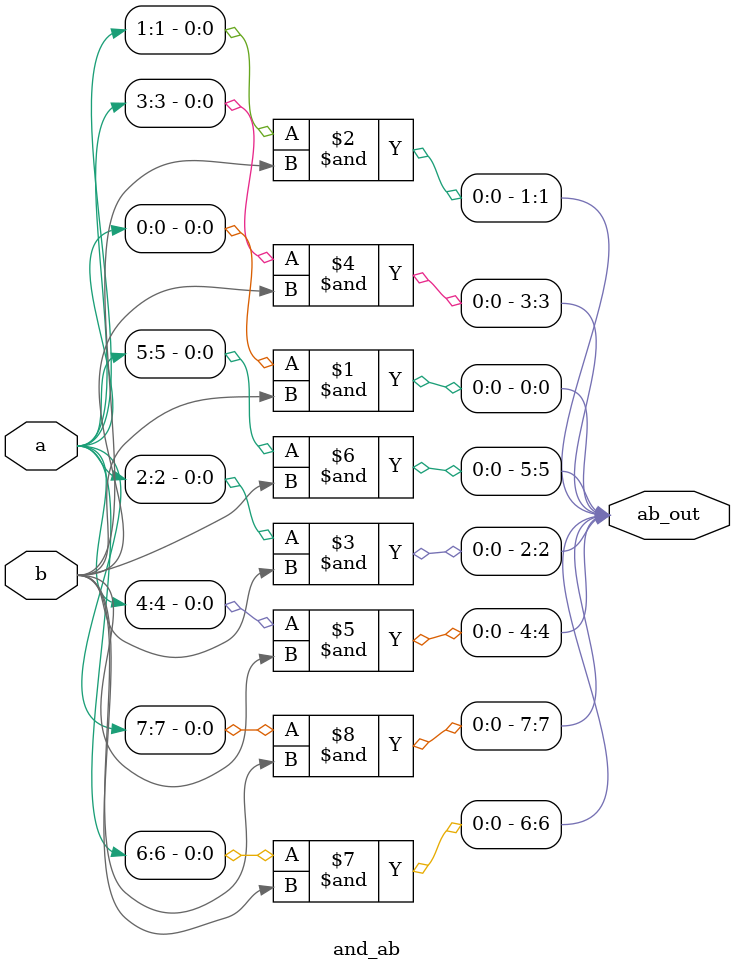
<source format=v>
`include "CLA8.v"

module Multiplier_CLA(
	input   [7:0]   A,
	input   [7:0]   B,
	output  [15:0]  Product
);
   // put your design here

//stage1
wire [7:0]stage1;
and_ab id0(A[7:0],B[0],stage1[7:0]);
or(Product[0],stage1[0],1'b0);

//stage2
wire [7:0]sum2;
wire [7:0]stage2;
wire [7:0]temp2;
wire cout2;

and_ab id1(A[7:0],B[1],stage2[7:0]);
assign temp2 = {1'b0,stage1[7:1]};
CLA8 id2(stage2[7:0],temp2[7:0],1'b0,sum2[7:0],cout2);
or(Product[1],sum2[0],1'b0);

//Stage3
wire [7:0]sum3;
wire [7:0]stage3;
wire [7:0]temp3;
wire cout3;

and_ab id3(A[7:0],B[2],stage3[7:0]);
assign temp3 = {cout2,sum2[7:1]};
CLA8 id4(stage3[7:0],temp3[7:0],1'b0,sum3[7:0],cout3);
or(Product[2],sum3[0],1'b0);

//Stage4
wire [7:0]sum4;
wire [7:0]stage4;
wire [7:0]temp4;
wire cout4;

and_ab id5(A[7:0],B[3],stage4[7:0]);
assign temp4 = {cout3,sum3[7:1]};
CLA8 id6(stage4[7:0],temp4[7:0],1'b0,sum4[7:0],cout4);
or(Product[3],sum4[0],1'b0);

//Stage5
wire [7:0]sum5;
wire [7:0]stage5;
wire [7:0]temp5;
wire cout5;

and_ab id7(A[7:0],B[4],stage5[7:0]);
assign temp5 = {cout4,sum4[7:1]};
CLA8 id8(stage5[7:0],temp5[7:0],1'b0,sum5[7:0],cout5);
or(Product[4],sum5[0],1'b0);

//Stage6
wire [7:0]sum6;
wire [7:0]stage6;
wire [7:0]temp6;
wire cout6;

and_ab id9(A[7:0],B[5],stage6[7:0]);
assign temp6 = {cout5,sum5[7:1]};
CLA8 id10(stage6[7:0],temp6[7:0],1'b0,sum6[7:0],cout6);
or(Product[5],sum6[0],1'b0);

//Stage7
wire [7:0]sum7;
wire [7:0]stage7;
wire [7:0]temp7;
wire cout7;

and_ab id11(A[7:0],B[6],stage7[7:0]);
assign temp7 = {cout6,sum6[7:1]};
CLA8 id12(stage7[7:0],temp7[7:0],1'b0,sum7[7:0],cout7);
or(Product[6],sum7[0],1'b0);

//Stage7
wire [7:0]sum8;
wire [7:0]stage8;
wire [7:0]temp8;
wire cout8;

and_ab id13(A[7:0],B[7],stage8[7:0]);
assign temp8 = {cout7,sum7[7:1]};
CLA8 id14(stage8[7:0],temp8[7:0],1'b0,sum8[7:0],cout8);
assign Product[15:7] = {cout8,sum8[7:0]};


endmodule

module and_ab(a,b,ab_out);

input [7:0] a;
input b;
output [7:0] ab_out;
and(ab_out[0],a[0],b);
and(ab_out[1],a[1],b);
and(ab_out[2],a[2],b);
and(ab_out[3],a[3],b);
and(ab_out[4],a[4],b);
and(ab_out[5],a[5],b);
and(ab_out[6],a[6],b);
and(ab_out[7],a[7],b);

   
endmodule

</source>
